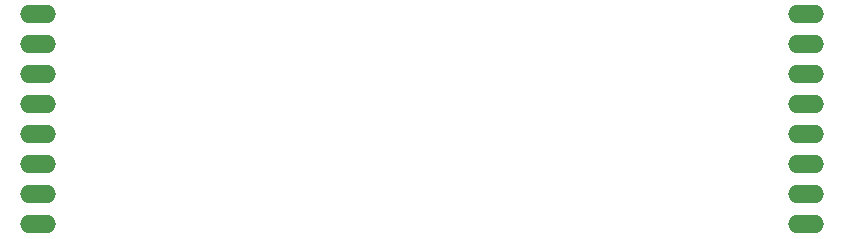
<source format=gbr>
%TF.GenerationSoftware,KiCad,Pcbnew,9.0.1*%
%TF.CreationDate,2025-05-06T23:47:46-04:00*%
%TF.ProjectId,classic-protoboard_10x24,636c6173-7369-4632-9d70-726f746f626f,rev?*%
%TF.SameCoordinates,Original*%
%TF.FileFunction,Paste,Top*%
%TF.FilePolarity,Positive*%
%FSLAX46Y46*%
G04 Gerber Fmt 4.6, Leading zero omitted, Abs format (unit mm)*
G04 Created by KiCad (PCBNEW 9.0.1) date 2025-05-06 23:47:46*
%MOMM*%
%LPD*%
G01*
G04 APERTURE LIST*
%ADD10O,3.048000X1.524000*%
G04 APERTURE END LIST*
D10*
%TO.C,REF\u002A\u002A*%
X181052000Y-97130000D03*
%TD*%
%TO.C,REF\u002A\u002A*%
X116028000Y-104750000D03*
%TD*%
%TO.C,REF\u002A\u002A*%
X181052000Y-107290000D03*
%TD*%
%TO.C,REF\u002A\u002A*%
X116028000Y-112370000D03*
%TD*%
%TO.C,REF\u002A\u002A*%
X181052000Y-102210000D03*
%TD*%
%TO.C,REF\u002A\u002A*%
X181052000Y-99670000D03*
%TD*%
%TO.C,REF\u002A\u002A*%
X116028000Y-102210000D03*
%TD*%
%TO.C,REF\u002A\u002A*%
X116028000Y-94590000D03*
%TD*%
%TO.C,REF\u002A\u002A*%
X116028000Y-97130000D03*
%TD*%
%TO.C,REF\u002A\u002A*%
X116028000Y-107290000D03*
%TD*%
%TO.C,REF\u002A\u002A*%
X181052000Y-109830000D03*
%TD*%
%TO.C,REF\u002A\u002A*%
X116028000Y-99670000D03*
%TD*%
%TO.C,REF\u002A\u002A*%
X181052000Y-104750000D03*
%TD*%
%TO.C,REF\u002A\u002A*%
X181052000Y-112370000D03*
%TD*%
%TO.C,REF\u002A\u002A*%
X116028000Y-109830000D03*
%TD*%
%TO.C,REF\u002A\u002A*%
X181052000Y-94590000D03*
%TD*%
M02*

</source>
